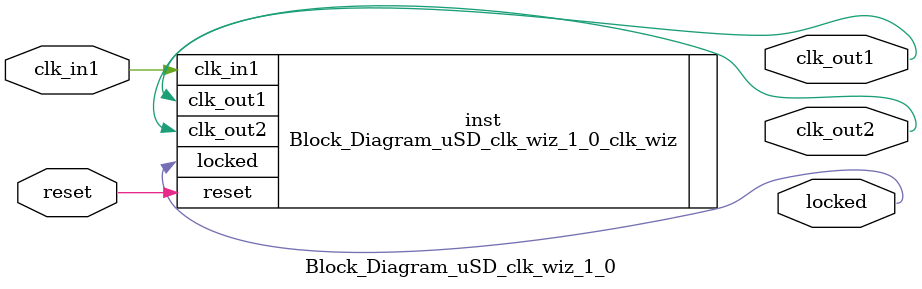
<source format=v>


`timescale 1ps/1ps

(* CORE_GENERATION_INFO = "Block_Diagram_uSD_clk_wiz_1_0,clk_wiz_v6_0_15_0_0,{component_name=Block_Diagram_uSD_clk_wiz_1_0,use_phase_alignment=true,use_min_o_jitter=false,use_max_i_jitter=false,use_dyn_phase_shift=false,use_inclk_switchover=false,use_dyn_reconfig=false,enable_axi=0,feedback_source=FDBK_AUTO,PRIMITIVE=MMCM,num_out_clk=2,clkin1_period=10.000,clkin2_period=10.000,use_power_down=false,use_reset=true,use_locked=true,use_inclk_stopped=false,feedback_type=SINGLE,CLOCK_MGR_TYPE=NA,manual_override=false}" *)

module Block_Diagram_uSD_clk_wiz_1_0 
 (
  // Clock out ports
  output        clk_out1,
  output        clk_out2,
  // Status and control signals
  input         reset,
  output        locked,
 // Clock in ports
  input         clk_in1
 );

  Block_Diagram_uSD_clk_wiz_1_0_clk_wiz inst
  (
  // Clock out ports  
  .clk_out1(clk_out1),
  .clk_out2(clk_out2),
  // Status and control signals               
  .reset(reset), 
  .locked(locked),
 // Clock in ports
  .clk_in1(clk_in1)
  );

endmodule

</source>
